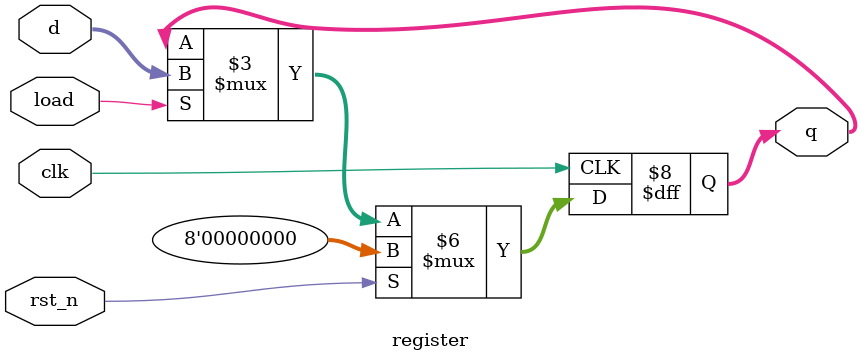
<source format=v>
module register(clk, rst_n, load, d, q);//clkÎªÊ±ÖÓ£¬rst_nÎª¸´Î»¶Ë£¬enÎªÊ¹ÄÜ¶Ë£¬dÎªÊäÈë£¬qÎª¼Ä´æÆ÷Êä³ö
	parameter WIDTH = 8;
	input clk, rst_n, load;
	input [WIDTH-1:0] d;
	output reg [WIDTH-1:0] q;
	initial begin  
        q=0;
	end
	always @(posedge clk) begin
        if (rst_n) q <=0;//rst_n¸ßµçÆ½ÓÐÐ§
        else if (load) q <= d;//Ê¹ÄÜ¶Ë×÷ÓÃÊ±²Å½«dÊä³öµ½q
	end
endmodule
</source>
